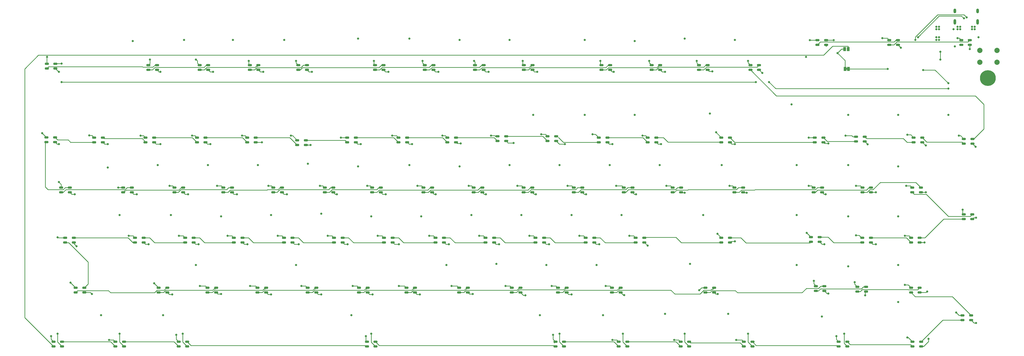
<source format=gbr>
G04 #@! TF.GenerationSoftware,KiCad,Pcbnew,8.0.6*
G04 #@! TF.CreationDate,2024-12-17T20:07:00+11:00*
G04 #@! TF.ProjectId,keyboard,6b657962-6f61-4726-942e-6b696361645f,rev?*
G04 #@! TF.SameCoordinates,Original*
G04 #@! TF.FileFunction,Copper,L1,Top*
G04 #@! TF.FilePolarity,Positive*
%FSLAX46Y46*%
G04 Gerber Fmt 4.6, Leading zero omitted, Abs format (unit mm)*
G04 Created by KiCad (PCBNEW 8.0.6) date 2024-12-17 20:07:00*
%MOMM*%
%LPD*%
G01*
G04 APERTURE LIST*
G04 Aperture macros list*
%AMRoundRect*
0 Rectangle with rounded corners*
0 $1 Rounding radius*
0 $2 $3 $4 $5 $6 $7 $8 $9 X,Y pos of 4 corners*
0 Add a 4 corners polygon primitive as box body*
4,1,4,$2,$3,$4,$5,$6,$7,$8,$9,$2,$3,0*
0 Add four circle primitives for the rounded corners*
1,1,$1+$1,$2,$3*
1,1,$1+$1,$4,$5*
1,1,$1+$1,$6,$7*
1,1,$1+$1,$8,$9*
0 Add four rect primitives between the rounded corners*
20,1,$1+$1,$2,$3,$4,$5,0*
20,1,$1+$1,$4,$5,$6,$7,0*
20,1,$1+$1,$6,$7,$8,$9,0*
20,1,$1+$1,$8,$9,$2,$3,0*%
G04 Aperture macros list end*
G04 #@! TA.AperFunction,EtchedComponent*
%ADD10C,0.000000*%
G04 #@! TD*
G04 #@! TA.AperFunction,ComponentPad*
%ADD11C,6.000000*%
G04 #@! TD*
G04 #@! TA.AperFunction,SMDPad,CuDef*
%ADD12RoundRect,0.200000X-0.550000X-0.200000X0.550000X-0.200000X0.550000X0.200000X-0.550000X0.200000X0*%
G04 #@! TD*
G04 #@! TA.AperFunction,SMDPad,CuDef*
%ADD13R,1.000000X1.500000*%
G04 #@! TD*
G04 #@! TA.AperFunction,ComponentPad*
%ADD14C,2.000000*%
G04 #@! TD*
G04 #@! TA.AperFunction,ComponentPad*
%ADD15O,1.000000X1.800000*%
G04 #@! TD*
G04 #@! TA.AperFunction,ComponentPad*
%ADD16O,1.000000X2.100000*%
G04 #@! TD*
G04 #@! TA.AperFunction,ViaPad*
%ADD17C,0.800000*%
G04 #@! TD*
G04 #@! TA.AperFunction,Conductor*
%ADD18C,0.250000*%
G04 #@! TD*
G04 APERTURE END LIST*
D10*
G04 #@! TA.AperFunction,EtchedComponent*
G36*
X334750000Y-43800000D02*
G01*
X334250000Y-43800000D01*
X334250000Y-43200000D01*
X334750000Y-43200000D01*
X334750000Y-43800000D01*
G37*
G04 #@! TD.AperFunction*
D11*
X388000000Y-47000000D03*
D12*
X97860000Y-88610000D03*
X97860000Y-90390000D03*
X101140000Y-90390000D03*
X101140000Y-88610000D03*
X41860000Y-126610000D03*
X41860000Y-128390000D03*
X45140000Y-128390000D03*
X45140000Y-126610000D03*
X164360000Y-69610000D03*
X164360000Y-71390000D03*
X167640000Y-71390000D03*
X167640000Y-69610000D03*
X340410000Y-88610000D03*
X340410000Y-90390000D03*
X343690000Y-90390000D03*
X343690000Y-88610000D03*
X125910000Y-70610000D03*
X125910000Y-72390000D03*
X129190000Y-72390000D03*
X129190000Y-70610000D03*
X223910000Y-147110000D03*
X223910000Y-148890000D03*
X227190000Y-148890000D03*
X227190000Y-147110000D03*
X207360000Y-126610000D03*
X207360000Y-128390000D03*
X210640000Y-128390000D03*
X210640000Y-126610000D03*
X101860000Y-107610000D03*
X101860000Y-109390000D03*
X105140000Y-109390000D03*
X105140000Y-107610000D03*
X197360000Y-107610000D03*
X197360000Y-109390000D03*
X200640000Y-109390000D03*
X200640000Y-107610000D03*
X280860000Y-126610000D03*
X280860000Y-128390000D03*
X284140000Y-128390000D03*
X284140000Y-126610000D03*
X291860000Y-88610000D03*
X291860000Y-90390000D03*
X295140000Y-90390000D03*
X295140000Y-88610000D03*
X56910000Y-147110000D03*
X56910000Y-148890000D03*
X60190000Y-148890000D03*
X60190000Y-147110000D03*
X321860000Y-88610000D03*
X321860000Y-90390000D03*
X325140000Y-90390000D03*
X325140000Y-88610000D03*
X201910000Y-69110000D03*
X201910000Y-70890000D03*
X205190000Y-70890000D03*
X205190000Y-69110000D03*
X220910000Y-69110000D03*
X220910000Y-70890000D03*
X224190000Y-70890000D03*
X224190000Y-69110000D03*
X30720000Y-69500000D03*
X30720000Y-71280000D03*
X34000000Y-71280000D03*
X34000000Y-69500000D03*
X358860000Y-126610000D03*
X358860000Y-128390000D03*
X362140000Y-128390000D03*
X362140000Y-126610000D03*
X144860000Y-69610000D03*
X144860000Y-71390000D03*
X148140000Y-71390000D03*
X148140000Y-69610000D03*
X254360000Y-107610000D03*
X254360000Y-109390000D03*
X257640000Y-109390000D03*
X257640000Y-107610000D03*
X320910000Y-107410000D03*
X320910000Y-109190000D03*
X324190000Y-109190000D03*
X324190000Y-107410000D03*
X36360000Y-88610000D03*
X36360000Y-90390000D03*
X39640000Y-90390000D03*
X39640000Y-88610000D03*
X126360000Y-42110000D03*
X126360000Y-43890000D03*
X129640000Y-43890000D03*
X129640000Y-42110000D03*
X359360000Y-88610000D03*
X359360000Y-90390000D03*
X362640000Y-90390000D03*
X362640000Y-88610000D03*
X378410000Y-137110000D03*
X378410000Y-138890000D03*
X381690000Y-138890000D03*
X381690000Y-137110000D03*
X79360000Y-88610000D03*
X79360000Y-90390000D03*
X82640000Y-90390000D03*
X82640000Y-88610000D03*
X340360000Y-107610000D03*
X340360000Y-109390000D03*
X343640000Y-109390000D03*
X343640000Y-107610000D03*
X107910000Y-42110000D03*
X107910000Y-43890000D03*
X111190000Y-43890000D03*
X111190000Y-42110000D03*
X268360000Y-88610000D03*
X268360000Y-90390000D03*
X271640000Y-90390000D03*
X271640000Y-88610000D03*
X241410000Y-42110000D03*
X241410000Y-43890000D03*
X244690000Y-43890000D03*
X244690000Y-42110000D03*
X331410000Y-147110000D03*
X331410000Y-148890000D03*
X334690000Y-148890000D03*
X334690000Y-147110000D03*
X182910000Y-69610000D03*
X182910000Y-71390000D03*
X186190000Y-71390000D03*
X186190000Y-69610000D03*
X155410000Y-42110000D03*
X155410000Y-43890000D03*
X158690000Y-43890000D03*
X158690000Y-42110000D03*
X286860000Y-107610000D03*
X286860000Y-109390000D03*
X290140000Y-109390000D03*
X290140000Y-107610000D03*
X350635000Y-32610000D03*
X350635000Y-34390000D03*
X353915000Y-34390000D03*
X353915000Y-32610000D03*
X174360000Y-42110000D03*
X174360000Y-43890000D03*
X177640000Y-43890000D03*
X177640000Y-42110000D03*
X278410000Y-42110000D03*
X278410000Y-43890000D03*
X281690000Y-43890000D03*
X281690000Y-42110000D03*
X235360000Y-107610000D03*
X235360000Y-109390000D03*
X238640000Y-109390000D03*
X238640000Y-107610000D03*
X129860000Y-126610000D03*
X129860000Y-128390000D03*
X133140000Y-128390000D03*
X133140000Y-126610000D03*
X271410000Y-147110000D03*
X271410000Y-148890000D03*
X274690000Y-148890000D03*
X274690000Y-147110000D03*
X37860000Y-107610000D03*
X37860000Y-109390000D03*
X41140000Y-109390000D03*
X41140000Y-107610000D03*
X297910000Y-42110000D03*
X297910000Y-43890000D03*
X301190000Y-43890000D03*
X301190000Y-42110000D03*
X73360000Y-126610000D03*
X73360000Y-128390000D03*
X76640000Y-128390000D03*
X76640000Y-126610000D03*
X69410000Y-42110000D03*
X69410000Y-43890000D03*
X72690000Y-43890000D03*
X72690000Y-42110000D03*
X245360000Y-126610000D03*
X245360000Y-128390000D03*
X248640000Y-128390000D03*
X248640000Y-126610000D03*
X59860000Y-88610000D03*
X59860000Y-90390000D03*
X63140000Y-90390000D03*
X63140000Y-88610000D03*
X187360000Y-126610000D03*
X187360000Y-128390000D03*
X190640000Y-128390000D03*
X190640000Y-126610000D03*
X106910000Y-69610000D03*
X106910000Y-71390000D03*
X110190000Y-71390000D03*
X110190000Y-69610000D03*
X247910000Y-147110000D03*
X247910000Y-148890000D03*
X251190000Y-148890000D03*
X251190000Y-147110000D03*
X68360000Y-69610000D03*
X68360000Y-71390000D03*
X71640000Y-71390000D03*
X71640000Y-69610000D03*
X33410000Y-147110000D03*
X33410000Y-148890000D03*
X36690000Y-148890000D03*
X36690000Y-147110000D03*
X249860000Y-88610000D03*
X249860000Y-90390000D03*
X253140000Y-90390000D03*
X253140000Y-88610000D03*
X224860000Y-126610000D03*
X224860000Y-128390000D03*
X228140000Y-128390000D03*
X228140000Y-126610000D03*
X91860000Y-126610000D03*
X91860000Y-128390000D03*
X95140000Y-128390000D03*
X95140000Y-126610000D03*
X358860000Y-107610000D03*
X358860000Y-109390000D03*
X362140000Y-109390000D03*
X362140000Y-107610000D03*
X295410000Y-147110000D03*
X295410000Y-148890000D03*
X298690000Y-148890000D03*
X298690000Y-147110000D03*
X323360000Y-32610000D03*
X323360000Y-34390000D03*
X326640000Y-34390000D03*
X326640000Y-32610000D03*
X116860000Y-88610000D03*
X116860000Y-90390000D03*
X120140000Y-90390000D03*
X120140000Y-88610000D03*
X377910000Y-32610000D03*
X377910000Y-34390000D03*
X381190000Y-34390000D03*
X381190000Y-32610000D03*
X30860000Y-41610000D03*
X30860000Y-43390000D03*
X34140000Y-43390000D03*
X34140000Y-41610000D03*
X110860000Y-126610000D03*
X110860000Y-128390000D03*
X114140000Y-128390000D03*
X114140000Y-126610000D03*
D13*
X333700000Y-36000000D03*
X335000000Y-36000000D03*
D12*
X378910000Y-70110000D03*
X378910000Y-71890000D03*
X382190000Y-71890000D03*
X382190000Y-70110000D03*
X378860000Y-98760000D03*
X378860000Y-100540000D03*
X382140000Y-100540000D03*
X382140000Y-98760000D03*
X211910000Y-42110000D03*
X211910000Y-43890000D03*
X215190000Y-43890000D03*
X215190000Y-42110000D03*
D13*
X335150000Y-43500000D03*
X333850000Y-43500000D03*
D12*
X48860000Y-69610000D03*
X48860000Y-71390000D03*
X52140000Y-71390000D03*
X52140000Y-69610000D03*
X322360000Y-69610000D03*
X322360000Y-71390000D03*
X325640000Y-71390000D03*
X325640000Y-69610000D03*
X149360000Y-126610000D03*
X149360000Y-128390000D03*
X152640000Y-128390000D03*
X152640000Y-126610000D03*
X173860000Y-88610000D03*
X173860000Y-90390000D03*
X177140000Y-90390000D03*
X177140000Y-88610000D03*
X260410000Y-42110000D03*
X260410000Y-43890000D03*
X263690000Y-43890000D03*
X263690000Y-42110000D03*
X230860000Y-88610000D03*
X230860000Y-90390000D03*
X234140000Y-90390000D03*
X234140000Y-88610000D03*
X152360000Y-147110000D03*
X152360000Y-148890000D03*
X155640000Y-148890000D03*
X155640000Y-147110000D03*
X136360000Y-88610000D03*
X136360000Y-90390000D03*
X139640000Y-90390000D03*
X139640000Y-88610000D03*
X258910000Y-69610000D03*
X258910000Y-71390000D03*
X262190000Y-71390000D03*
X262190000Y-69610000D03*
X211860000Y-88610000D03*
X211860000Y-90390000D03*
X215140000Y-90390000D03*
X215140000Y-88610000D03*
X178360000Y-107610000D03*
X178360000Y-109390000D03*
X181640000Y-109390000D03*
X181640000Y-107610000D03*
X87860000Y-69610000D03*
X87860000Y-71390000D03*
X91140000Y-71390000D03*
X91140000Y-69610000D03*
X338500000Y-126260000D03*
X338500000Y-128040000D03*
X341780000Y-128040000D03*
X341780000Y-126260000D03*
X359410000Y-147110000D03*
X359410000Y-148890000D03*
X362690000Y-148890000D03*
X362690000Y-147110000D03*
X359860000Y-69610000D03*
X359860000Y-71390000D03*
X363140000Y-71390000D03*
X363140000Y-69610000D03*
X88860000Y-42110000D03*
X88860000Y-43890000D03*
X92140000Y-43890000D03*
X92140000Y-42110000D03*
X337972500Y-69272500D03*
X337972500Y-71052500D03*
X341252500Y-71052500D03*
X341252500Y-69272500D03*
X158860000Y-107610000D03*
X158860000Y-109390000D03*
X162140000Y-109390000D03*
X162140000Y-107610000D03*
X240360000Y-69610000D03*
X240360000Y-71390000D03*
X243640000Y-71390000D03*
X243640000Y-69610000D03*
X80910000Y-147110000D03*
X80910000Y-148890000D03*
X84190000Y-148890000D03*
X84190000Y-147110000D03*
X192860000Y-88610000D03*
X192860000Y-90390000D03*
X196140000Y-90390000D03*
X196140000Y-88610000D03*
X216360000Y-107610000D03*
X216360000Y-109390000D03*
X219640000Y-109390000D03*
X219640000Y-107610000D03*
X139860000Y-107610000D03*
X139860000Y-109390000D03*
X143140000Y-109390000D03*
X143140000Y-107610000D03*
X286860000Y-69610000D03*
X286860000Y-71390000D03*
X290140000Y-71390000D03*
X290140000Y-69610000D03*
X193410000Y-42110000D03*
X193410000Y-43890000D03*
X196690000Y-43890000D03*
X196690000Y-42110000D03*
X167360000Y-126610000D03*
X167360000Y-128390000D03*
X170640000Y-128390000D03*
X170640000Y-126610000D03*
X120860000Y-107610000D03*
X120860000Y-109390000D03*
X124140000Y-109390000D03*
X124140000Y-107610000D03*
X64360000Y-107610000D03*
X64360000Y-109390000D03*
X67640000Y-109390000D03*
X67640000Y-107610000D03*
X83360000Y-107610000D03*
X83360000Y-109390000D03*
X86640000Y-109390000D03*
X86640000Y-107610000D03*
X154360000Y-88610000D03*
X154360000Y-90390000D03*
X157640000Y-90390000D03*
X157640000Y-88610000D03*
X322720000Y-126000000D03*
X322720000Y-127780000D03*
X326000000Y-127780000D03*
X326000000Y-126000000D03*
D14*
X391500000Y-36500000D03*
X385000000Y-36500000D03*
X391500000Y-41000000D03*
X385000000Y-41000000D03*
D15*
X375500000Y-21500000D03*
D16*
X375500000Y-25700000D03*
D15*
X384140000Y-21500000D03*
D16*
X384140000Y-25700000D03*
D17*
X370000000Y-40000000D03*
X370000000Y-37000000D03*
X373000000Y-49000000D03*
X363500000Y-44000002D03*
X51500000Y-137000000D03*
X63500000Y-33000000D03*
X58500000Y-99000000D03*
X54000000Y-81000000D03*
X83000000Y-32500000D03*
X87500000Y-118000000D03*
X73000000Y-80000000D03*
X75000000Y-137000000D03*
X78000000Y-99000000D03*
X97000000Y-99500000D03*
X101500000Y-32500000D03*
X92000000Y-80000000D03*
X111000000Y-80000000D03*
X125500000Y-118000000D03*
X116000000Y-99000000D03*
X121000000Y-32500000D03*
X135000000Y-98500000D03*
X146500000Y-137000000D03*
X130000000Y-79500000D03*
X149000000Y-80500000D03*
X154000000Y-99500000D03*
X149000000Y-32000000D03*
X182500000Y-118000000D03*
X173000000Y-99500000D03*
X168500000Y-32000000D03*
X168500000Y-80000000D03*
X201500000Y-117500000D03*
X192000000Y-99000000D03*
X187500000Y-32500000D03*
X187500000Y-80500000D03*
X218000000Y-137000000D03*
X211000000Y-99000000D03*
X206500000Y-80000000D03*
X215500000Y-61000000D03*
X206500000Y-32500000D03*
X220500000Y-118000000D03*
X242000000Y-137000000D03*
X235000000Y-61000000D03*
X235000000Y-32500000D03*
X230000000Y-99000000D03*
X225500000Y-80000000D03*
X239500000Y-118000000D03*
X254000000Y-33000000D03*
X249000000Y-99000000D03*
X254000000Y-61000000D03*
X244500000Y-80000000D03*
X263500000Y-80000000D03*
X280000000Y-99000000D03*
X265500000Y-136500000D03*
X275000000Y-117500000D03*
X273000000Y-32000014D03*
X292000000Y-32500000D03*
X287000000Y-80000000D03*
X282500000Y-60500000D03*
X289500000Y-136500000D03*
X315500000Y-118000000D03*
X315500000Y-99000000D03*
X315500000Y-80000000D03*
X313500000Y-57000000D03*
X335000000Y-99500000D03*
X335000000Y-61000000D03*
X335000000Y-80000000D03*
X325000000Y-137500000D03*
X335000000Y-118500000D03*
X354000000Y-99500000D03*
X354000000Y-80500000D03*
X354000000Y-118000000D03*
X354000000Y-132000000D03*
X354000000Y-61000000D03*
X373000000Y-61000000D03*
X329500000Y-32610000D03*
X331000000Y-37500000D03*
X300000000Y-48500000D03*
X305000000Y-48500000D03*
X36500000Y-41500000D03*
X36500000Y-48500000D03*
X373000000Y-51000000D03*
X350000000Y-43500000D03*
X99500000Y-106885000D03*
X233000000Y-106885000D03*
X223000000Y-144500000D03*
X125500000Y-40500000D03*
X184500000Y-125885000D03*
X58000000Y-88610000D03*
X171500000Y-87885000D03*
X292500000Y-146385000D03*
X338000000Y-87885000D03*
X266000000Y-87885000D03*
X376000000Y-136000000D03*
X209500000Y-87885000D03*
X107500000Y-40500000D03*
X357000000Y-87885000D03*
X277500000Y-40500000D03*
X290000000Y-87885000D03*
X193000000Y-40500000D03*
X285375000Y-106125000D03*
X127500000Y-125885000D03*
X238000000Y-68385000D03*
X191000000Y-87885000D03*
X356500000Y-125535000D03*
X176000000Y-106885000D03*
X199500000Y-68885000D03*
X357500000Y-145500000D03*
X32500000Y-145000000D03*
X62000000Y-106885000D03*
X369500000Y-32500000D03*
X320000000Y-69610000D03*
X156500000Y-106885000D03*
X118500000Y-106885000D03*
X71625000Y-124875000D03*
X348000000Y-31885000D03*
X105000000Y-68885000D03*
X35000000Y-107500000D03*
X382000000Y-28500000D03*
X247000000Y-87885000D03*
X35500000Y-86500000D03*
X81000000Y-106885000D03*
X241000000Y-40500000D03*
X284875000Y-67625000D03*
X95500000Y-87885000D03*
X228500000Y-87885000D03*
X47000000Y-68775000D03*
X162000000Y-68885000D03*
X245500000Y-146385000D03*
X115000000Y-87885000D03*
X77500000Y-87885000D03*
X70000000Y-40000000D03*
X297000000Y-40500000D03*
X377500000Y-27500000D03*
X337500000Y-124500000D03*
X155000000Y-40500000D03*
X152500000Y-87885000D03*
X86000000Y-68885000D03*
X269000000Y-146385000D03*
X278500000Y-127500000D03*
X205000000Y-125885000D03*
X243000000Y-125885000D03*
X173500000Y-40500000D03*
X80000000Y-144500000D03*
X356500000Y-106885000D03*
X123500000Y-68885000D03*
X320000000Y-87885000D03*
X259500000Y-40500000D03*
X368500000Y-32500000D03*
X137500000Y-106885000D03*
X87500000Y-40000000D03*
X320500000Y-32610000D03*
X376500000Y-31885000D03*
X257000000Y-68885000D03*
X338000000Y-106685000D03*
X382000000Y-27500000D03*
X322000000Y-124000000D03*
X29110000Y-67890000D03*
X357500000Y-68547500D03*
X181000000Y-68885000D03*
X54500000Y-146385000D03*
X330500000Y-145000000D03*
X142500000Y-69610000D03*
X252000000Y-106885000D03*
X164500000Y-125885000D03*
X152000000Y-145000000D03*
X375000000Y-28500000D03*
X211500000Y-40500000D03*
X368500000Y-31500000D03*
X319250000Y-105750000D03*
X39875000Y-124625000D03*
X218500000Y-68385000D03*
X66500000Y-68885000D03*
X334000000Y-68885000D03*
X31000000Y-39000000D03*
X319000000Y-39000000D03*
X377500000Y-28500000D03*
X377000000Y-68885000D03*
X108000000Y-125885000D03*
X378500000Y-97000000D03*
X134500000Y-87885000D03*
X384500000Y-31500000D03*
X89000000Y-125885000D03*
X195000000Y-106885000D03*
X369500000Y-31500000D03*
X147000000Y-125885000D03*
X214000000Y-106885000D03*
X222500000Y-125885000D03*
X145000000Y-110115000D03*
X112500000Y-71390000D03*
X131000000Y-72390000D03*
X285500000Y-129000000D03*
X292000000Y-108990000D03*
X249500000Y-144000000D03*
X368500000Y-28500000D03*
X327500000Y-128765000D03*
X169500000Y-72115000D03*
X82500000Y-144000000D03*
X65000000Y-91115000D03*
X74000000Y-72115000D03*
X258875000Y-110625000D03*
X376499997Y-27500000D03*
X135000000Y-129115000D03*
X355012500Y-35487500D03*
X159500000Y-91115000D03*
X342350000Y-72150000D03*
X160500000Y-44615000D03*
X250000000Y-129398900D03*
X369500000Y-27500000D03*
X364500000Y-90390000D03*
X225500000Y-144000000D03*
X383500000Y-100000000D03*
X131500000Y-44615000D03*
X107000000Y-110115000D03*
X178500000Y-91115000D03*
X141000000Y-91115000D03*
X264000000Y-72115000D03*
X188000000Y-71790000D03*
X84500000Y-91115000D03*
X154000000Y-144000000D03*
X230000000Y-129115000D03*
X283500000Y-44500000D03*
X47999983Y-128999983D03*
X365000000Y-128000000D03*
X208000000Y-71615000D03*
X183500000Y-110115000D03*
X221500000Y-110115000D03*
X383034153Y-27524246D03*
X54000000Y-72115000D03*
X42137300Y-110862700D03*
X345500000Y-90390000D03*
X364000000Y-109390000D03*
X296500000Y-90500000D03*
X246000000Y-44615000D03*
X78500000Y-129115000D03*
X292000000Y-72115000D03*
X35000000Y-144000000D03*
X94000000Y-44615000D03*
X217000000Y-44615000D03*
X227500000Y-72115000D03*
X150000000Y-72115000D03*
X364500000Y-72615000D03*
X297000000Y-144000000D03*
X369500000Y-28500000D03*
X326500000Y-91115000D03*
X212500000Y-129500000D03*
X368500000Y-27500000D03*
X164500000Y-110115000D03*
X88500000Y-110115000D03*
X345500000Y-110115000D03*
X326000000Y-110115000D03*
X58500000Y-144000000D03*
X326738336Y-34693652D03*
X41500000Y-91115000D03*
X240500000Y-110115000D03*
X103000000Y-91115000D03*
X254500000Y-91115000D03*
X302400000Y-45100000D03*
X235500000Y-91115000D03*
X97000000Y-129000000D03*
X154500000Y-129115000D03*
X245500000Y-72115000D03*
X381190000Y-36000000D03*
X327500000Y-71790000D03*
X383500000Y-140000000D03*
X383400000Y-73100000D03*
X192500000Y-129000000D03*
X172500000Y-129115000D03*
X333500000Y-144000000D03*
X273000000Y-144000000D03*
X116000000Y-129115000D03*
X202500000Y-110115000D03*
X376500000Y-28500000D03*
X198500000Y-44615000D03*
X375500000Y-35000000D03*
X35500000Y-44615000D03*
X197500000Y-91115000D03*
X74000000Y-44615000D03*
X216500000Y-91115000D03*
X122000000Y-91115000D03*
X265500000Y-44615000D03*
X365500000Y-146000000D03*
X179500000Y-44615000D03*
X126500000Y-110115000D03*
X383000000Y-28500000D03*
X93000000Y-72115000D03*
X113000000Y-44615000D03*
X35500000Y-72115000D03*
X273000000Y-90500000D03*
X341500000Y-129500000D03*
X69500000Y-110115000D03*
X380000000Y-24000000D03*
X360500000Y-32500000D03*
X378951992Y-24325000D03*
X361500000Y-31500000D03*
D18*
X370000000Y-37000000D02*
X370000000Y-40000000D01*
X335000000Y-36000000D02*
X335000000Y-35000000D01*
X334925000Y-34925000D02*
X329075000Y-34925000D01*
X22500000Y-137980000D02*
X33410000Y-148890000D01*
X335000000Y-35000000D02*
X334925000Y-34925000D01*
X325725000Y-38275000D02*
X27725000Y-38275000D01*
X329075000Y-34925000D02*
X325725000Y-38275000D01*
X27725000Y-38275000D02*
X22500000Y-43500000D01*
X22500000Y-43500000D02*
X22500000Y-137980000D01*
X305000000Y-48500000D02*
X307500000Y-51000000D01*
X307500000Y-51000000D02*
X373000000Y-51000000D01*
X67400000Y-42900000D02*
X71150000Y-42900000D01*
X71150000Y-42900000D02*
X71940000Y-42110000D01*
X30860000Y-43390000D02*
X31585000Y-42665000D01*
X71940000Y-42110000D02*
X72690000Y-42110000D01*
X67165000Y-42665000D02*
X67400000Y-42900000D01*
X31585000Y-42665000D02*
X67165000Y-42665000D01*
X70988604Y-43890000D02*
X71928604Y-42950000D01*
X69410000Y-43890000D02*
X70988604Y-43890000D01*
X91390000Y-42110000D02*
X92140000Y-42110000D01*
X90550000Y-42950000D02*
X91390000Y-42110000D01*
X71928604Y-42950000D02*
X90550000Y-42950000D01*
X109995600Y-42950000D02*
X110395600Y-42550000D01*
X90641996Y-43890000D02*
X91581996Y-42950000D01*
X91581996Y-42950000D02*
X109995600Y-42950000D01*
X88860000Y-43890000D02*
X90641996Y-43890000D01*
X110395600Y-42550000D02*
X110815000Y-42550000D01*
X110815000Y-42550000D02*
X111190000Y-42175000D01*
X128253604Y-42110000D02*
X129640000Y-42110000D01*
X127363604Y-43000000D02*
X128253604Y-42110000D01*
X109691996Y-43890000D02*
X110581996Y-43000000D01*
X110581996Y-43000000D02*
X127363604Y-43000000D01*
X107910000Y-43890000D02*
X109691996Y-43890000D01*
X126360000Y-43890000D02*
X127110000Y-43890000D01*
X157940000Y-42110000D02*
X158690000Y-42110000D01*
X127110000Y-43890000D02*
X127950000Y-43050000D01*
X127950000Y-43050000D02*
X157000000Y-43050000D01*
X157000000Y-43050000D02*
X157940000Y-42110000D01*
X176890000Y-42110000D02*
X177640000Y-42110000D01*
X155410000Y-43890000D02*
X157191996Y-43890000D01*
X176050000Y-42950000D02*
X176890000Y-42110000D01*
X157191996Y-43890000D02*
X158131996Y-42950000D01*
X158131996Y-42950000D02*
X176050000Y-42950000D01*
X195940000Y-42110000D02*
X196690000Y-42110000D01*
X174360000Y-43890000D02*
X176141996Y-43890000D01*
X177081996Y-42950000D02*
X195100000Y-42950000D01*
X176141996Y-43890000D02*
X177081996Y-42950000D01*
X195100000Y-42950000D02*
X195940000Y-42110000D01*
X214750000Y-42550000D02*
X215190000Y-42110000D01*
X195191996Y-43890000D02*
X196081996Y-43000000D01*
X196081996Y-43000000D02*
X213945600Y-43000000D01*
X193410000Y-43890000D02*
X195191996Y-43890000D01*
X214395600Y-42550000D02*
X214750000Y-42550000D01*
X213945600Y-43000000D02*
X214395600Y-42550000D01*
X243940000Y-42110000D02*
X244690000Y-42110000D01*
X214581996Y-43000000D02*
X243050000Y-43000000D01*
X243050000Y-43000000D02*
X243940000Y-42110000D01*
X213691996Y-43890000D02*
X214581996Y-43000000D01*
X211910000Y-43890000D02*
X213691996Y-43890000D01*
X263270600Y-42175000D02*
X263690000Y-42175000D01*
X262445600Y-43000000D02*
X263270600Y-42175000D01*
X244081996Y-43000000D02*
X262445600Y-43000000D01*
X243191996Y-43890000D02*
X244081996Y-43000000D01*
X241410000Y-43890000D02*
X243191996Y-43890000D01*
X280940000Y-42110000D02*
X281690000Y-42110000D01*
X263246996Y-42835000D02*
X280215000Y-42835000D01*
X262191996Y-43890000D02*
X263246996Y-42835000D01*
X260410000Y-43890000D02*
X262191996Y-43890000D01*
X280215000Y-42835000D02*
X280940000Y-42110000D01*
X300465000Y-42835000D02*
X301190000Y-42110000D01*
X281246996Y-42835000D02*
X300465000Y-42835000D01*
X278410000Y-43890000D02*
X280191996Y-43890000D01*
X280191996Y-43890000D02*
X281246996Y-42835000D01*
X331000000Y-37500000D02*
X332500000Y-36000000D01*
X329500000Y-32610000D02*
X326640000Y-32610000D01*
X332500000Y-36000000D02*
X333700000Y-36000000D01*
X333850000Y-40350000D02*
X333850000Y-43500000D01*
X331000000Y-37500000D02*
X333850000Y-40350000D01*
X39000000Y-70500000D02*
X35000000Y-70500000D01*
X48860000Y-71390000D02*
X39890000Y-71390000D01*
X39890000Y-71390000D02*
X39000000Y-70500000D01*
X35000000Y-70500000D02*
X34000000Y-69500000D01*
X52600000Y-70000000D02*
X67100000Y-70000000D01*
X67100000Y-70000000D02*
X68100000Y-71000000D01*
X52450000Y-69850000D02*
X52600000Y-70000000D01*
X71640000Y-69610000D02*
X86080000Y-69610000D01*
X86080000Y-69610000D02*
X87860000Y-71390000D01*
X91140000Y-69610000D02*
X105130000Y-69610000D01*
X105130000Y-69610000D02*
X106910000Y-71390000D01*
X123130000Y-69610000D02*
X125910000Y-72390000D01*
X110190000Y-69610000D02*
X123130000Y-69610000D01*
X144080000Y-70610000D02*
X144860000Y-71390000D01*
X129190000Y-70610000D02*
X144080000Y-70610000D01*
X148140000Y-69610000D02*
X162580000Y-69610000D01*
X162580000Y-69610000D02*
X164360000Y-71390000D01*
X167640000Y-69610000D02*
X181130000Y-69610000D01*
X181130000Y-69610000D02*
X182910000Y-71390000D01*
X186190000Y-69610000D02*
X200630000Y-69610000D01*
X200630000Y-69610000D02*
X201910000Y-70890000D01*
X205190000Y-69110000D02*
X219130000Y-69110000D01*
X219130000Y-69110000D02*
X220910000Y-70890000D01*
X240360000Y-71390000D02*
X226890000Y-71390000D01*
X226890000Y-71390000D02*
X225000000Y-69500000D01*
X243640000Y-69610000D02*
X257130000Y-69610000D01*
X257130000Y-69610000D02*
X258910000Y-71390000D01*
X286751100Y-71348900D02*
X266648900Y-71348900D01*
X266648900Y-71348900D02*
X264910000Y-69610000D01*
X264910000Y-69610000D02*
X262190000Y-69610000D01*
X337972500Y-71052500D02*
X327082500Y-71052500D01*
X327082500Y-71052500D02*
X325640000Y-69610000D01*
X355960000Y-70000000D02*
X341980000Y-70000000D01*
X357350000Y-71390000D02*
X355960000Y-70000000D01*
X359860000Y-71390000D02*
X357350000Y-71390000D01*
X341980000Y-70000000D02*
X341252500Y-69272500D01*
X382690000Y-70110000D02*
X382190000Y-70110000D01*
X383254150Y-53770000D02*
X386500000Y-57015850D01*
X386500000Y-57015850D02*
X386500000Y-66300000D01*
X386500000Y-66300000D02*
X382690000Y-70110000D01*
X297910000Y-43890000D02*
X307790000Y-53770000D01*
X307790000Y-53770000D02*
X383254150Y-53770000D01*
X36500000Y-41500000D02*
X34250000Y-41500000D01*
X36500000Y-48500000D02*
X300000000Y-48500000D01*
X34250000Y-41500000D02*
X34140000Y-41610000D01*
X30320000Y-71680000D02*
X30320000Y-88320000D01*
X31335000Y-89335000D02*
X37133004Y-89335000D01*
X30720000Y-71280000D02*
X30320000Y-71680000D01*
X37133004Y-89335000D02*
X37858004Y-88610000D01*
X30320000Y-88320000D02*
X31335000Y-89335000D01*
X37858004Y-88610000D02*
X39640000Y-88610000D01*
X36360000Y-90390000D02*
X37110000Y-90390000D01*
X60633004Y-89335000D02*
X61358004Y-88610000D01*
X37110000Y-90390000D02*
X38165000Y-89335000D01*
X38165000Y-89335000D02*
X60633004Y-89335000D01*
X61358004Y-88610000D02*
X63140000Y-88610000D01*
X61104400Y-89500000D02*
X81000000Y-89500000D01*
X81890000Y-88610000D02*
X82640000Y-88610000D01*
X81000000Y-89500000D02*
X81890000Y-88610000D01*
X60465000Y-89785000D02*
X60819400Y-89785000D01*
X60819400Y-89785000D02*
X61104400Y-89500000D01*
X59860000Y-90390000D02*
X60465000Y-89785000D01*
X80746396Y-90390000D02*
X79360000Y-90390000D01*
X81801396Y-89335000D02*
X80746396Y-90390000D01*
X99165000Y-89335000D02*
X99890000Y-88610000D01*
X99890000Y-88610000D02*
X101140000Y-88610000D01*
X81801396Y-89335000D02*
X99165000Y-89335000D01*
X118665000Y-89335000D02*
X119390000Y-88610000D01*
X114665000Y-89335000D02*
X118665000Y-89335000D01*
X114500000Y-89500000D02*
X114665000Y-89335000D01*
X97860000Y-90390000D02*
X99641996Y-90390000D01*
X99641996Y-90390000D02*
X100531996Y-89500000D01*
X119390000Y-88610000D02*
X120140000Y-88610000D01*
X100531996Y-89500000D02*
X114500000Y-89500000D01*
X118246396Y-90390000D02*
X119301396Y-89335000D01*
X137865000Y-89335000D02*
X138590000Y-88610000D01*
X138590000Y-88610000D02*
X139640000Y-88610000D01*
X119301396Y-89335000D02*
X137865000Y-89335000D01*
X116860000Y-90390000D02*
X118246396Y-90390000D01*
X139196996Y-89335000D02*
X156165000Y-89335000D01*
X138141996Y-90390000D02*
X139196996Y-89335000D01*
X156165000Y-89335000D02*
X156890000Y-88610000D01*
X136360000Y-90390000D02*
X138141996Y-90390000D01*
X156890000Y-88610000D02*
X157640000Y-88610000D01*
X154360000Y-90390000D02*
X156141996Y-90390000D01*
X175500000Y-89500000D02*
X176390000Y-88610000D01*
X156141996Y-90390000D02*
X157031996Y-89500000D01*
X176390000Y-88610000D02*
X177140000Y-88610000D01*
X157031996Y-89500000D02*
X175500000Y-89500000D01*
X194500000Y-89500000D02*
X195390000Y-88610000D01*
X173860000Y-90390000D02*
X175641996Y-90390000D01*
X176531996Y-89500000D02*
X194500000Y-89500000D01*
X195390000Y-88610000D02*
X196140000Y-88610000D01*
X175641996Y-90390000D02*
X176531996Y-89500000D01*
X192860000Y-90390000D02*
X194641996Y-90390000D01*
X213500000Y-89500000D02*
X214390000Y-88610000D01*
X194641996Y-90390000D02*
X195531996Y-89500000D01*
X214390000Y-88610000D02*
X215140000Y-88610000D01*
X195531996Y-89500000D02*
X213500000Y-89500000D01*
X214696996Y-89335000D02*
X231633004Y-89335000D01*
X231633004Y-89335000D02*
X232358004Y-88610000D01*
X213641996Y-90390000D02*
X214696996Y-89335000D01*
X232358004Y-88610000D02*
X234140000Y-88610000D01*
X211860000Y-90390000D02*
X213641996Y-90390000D01*
X233696996Y-89335000D02*
X232641996Y-90390000D01*
X232641996Y-90390000D02*
X230860000Y-90390000D01*
X250633004Y-89335000D02*
X233696996Y-89335000D01*
X251358004Y-88610000D02*
X250633004Y-89335000D01*
X253140000Y-88610000D02*
X251358004Y-88610000D01*
X251665000Y-89335000D02*
X269528604Y-89335000D01*
X250610000Y-90390000D02*
X251665000Y-89335000D01*
X269528604Y-89335000D02*
X270253604Y-88610000D01*
X270253604Y-88610000D02*
X271640000Y-88610000D01*
X249860000Y-90390000D02*
X250610000Y-90390000D01*
X274157762Y-89491000D02*
X274313762Y-89335000D01*
X269110000Y-90390000D02*
X270009000Y-89491000D01*
X270009000Y-89491000D02*
X274157762Y-89491000D01*
X293358004Y-88610000D02*
X295140000Y-88610000D01*
X274313762Y-89335000D02*
X292633004Y-89335000D01*
X292633004Y-89335000D02*
X293358004Y-88610000D01*
X268360000Y-90390000D02*
X269110000Y-90390000D01*
X299665000Y-89335000D02*
X322633004Y-89335000D01*
X291860000Y-90390000D02*
X293641996Y-90390000D01*
X293641996Y-90390000D02*
X294540996Y-89491000D01*
X294540996Y-89491000D02*
X299509000Y-89491000D01*
X299509000Y-89491000D02*
X299665000Y-89335000D01*
X322633004Y-89335000D02*
X323358004Y-88610000D01*
X323358004Y-88610000D02*
X325140000Y-88610000D01*
X342000000Y-89550000D02*
X342940000Y-88610000D01*
X321860000Y-90390000D02*
X322610000Y-90390000D01*
X322610000Y-90390000D02*
X323450000Y-89550000D01*
X342940000Y-88610000D02*
X343690000Y-88610000D01*
X323450000Y-89550000D02*
X342000000Y-89550000D01*
X360640998Y-86610998D02*
X362640000Y-88610000D01*
X340410000Y-90390000D02*
X342191996Y-90390000D01*
X344463004Y-89335000D02*
X347187006Y-86610998D01*
X347187006Y-86610998D02*
X360640998Y-86610998D01*
X342191996Y-90390000D02*
X343246996Y-89335000D01*
X343246996Y-89335000D02*
X344463004Y-89335000D01*
X360085000Y-91115000D02*
X364615000Y-91115000D01*
X373000000Y-99500000D02*
X381400000Y-99500000D01*
X364615000Y-91115000D02*
X373000000Y-99500000D01*
X359360000Y-90390000D02*
X360085000Y-91115000D01*
X381400000Y-99500000D02*
X382140000Y-98760000D01*
X371260000Y-100540000D02*
X364190000Y-107610000D01*
X364190000Y-107610000D02*
X362140000Y-107610000D01*
X378860000Y-100540000D02*
X371260000Y-100540000D01*
X215600000Y-109500000D02*
X204800000Y-109500000D01*
X204800000Y-109500000D02*
X202910000Y-107610000D01*
X202910000Y-107610000D02*
X200640000Y-107610000D01*
X240910000Y-107610000D02*
X238640000Y-107610000D01*
X253600000Y-109500000D02*
X242800000Y-109500000D01*
X242800000Y-109500000D02*
X240910000Y-107610000D01*
X269663842Y-107500000D02*
X257750000Y-107500000D01*
X257750000Y-107500000D02*
X257640000Y-107610000D01*
X286100000Y-109500000D02*
X271663842Y-109500000D01*
X271663842Y-109500000D02*
X269663842Y-107500000D01*
X294286238Y-107610000D02*
X290140000Y-107610000D01*
X320910000Y-109190000D02*
X320550000Y-109550000D01*
X320550000Y-109550000D02*
X296226238Y-109550000D01*
X296226238Y-109550000D02*
X294286238Y-107610000D01*
X327410000Y-107410000D02*
X324190000Y-107410000D01*
X329500000Y-109500000D02*
X327410000Y-107410000D01*
X340050000Y-109500000D02*
X329500000Y-109500000D01*
X343640000Y-107610000D02*
X357080000Y-107610000D01*
X357080000Y-107610000D02*
X358860000Y-109390000D01*
X39156381Y-109500000D02*
X46550150Y-116893769D01*
X46550150Y-116893769D02*
X46550150Y-125199850D01*
X37100000Y-109500000D02*
X39156381Y-109500000D01*
X46550150Y-125199850D02*
X45140000Y-126610000D01*
X63600000Y-109500000D02*
X61710000Y-107610000D01*
X61710000Y-107610000D02*
X41140000Y-107610000D01*
X82600000Y-109500000D02*
X71800000Y-109500000D01*
X69910000Y-107610000D02*
X67640000Y-107610000D01*
X71800000Y-109500000D02*
X69910000Y-107610000D01*
X101100000Y-109500000D02*
X90800000Y-109500000D01*
X90800000Y-109500000D02*
X88910000Y-107610000D01*
X88910000Y-107610000D02*
X86640000Y-107610000D01*
X120100000Y-109500000D02*
X109300000Y-109500000D01*
X109300000Y-109500000D02*
X107410000Y-107610000D01*
X107410000Y-107610000D02*
X105140000Y-107610000D01*
X128300000Y-109500000D02*
X126410000Y-107610000D01*
X139100000Y-109500000D02*
X128300000Y-109500000D01*
X126410000Y-107610000D02*
X124140000Y-107610000D01*
X158100000Y-109500000D02*
X147300000Y-109500000D01*
X145410000Y-107610000D02*
X143140000Y-107610000D01*
X147300000Y-109500000D02*
X145410000Y-107610000D01*
X177600000Y-109500000D02*
X166300000Y-109500000D01*
X166300000Y-109500000D02*
X164410000Y-107610000D01*
X164410000Y-107610000D02*
X162140000Y-107610000D01*
X196600000Y-109500000D02*
X185800000Y-109500000D01*
X183910000Y-107610000D02*
X181640000Y-107610000D01*
X185800000Y-109500000D02*
X183910000Y-107610000D01*
X234600000Y-109500000D02*
X223800000Y-109500000D01*
X221910000Y-107610000D02*
X219640000Y-107610000D01*
X223800000Y-109500000D02*
X221910000Y-107610000D01*
X72751996Y-127500000D02*
X75395600Y-127500000D01*
X55138019Y-128498900D02*
X71753096Y-128498900D01*
X71753096Y-128498900D02*
X72751996Y-127500000D01*
X41860000Y-128390000D02*
X42585000Y-127665000D01*
X76220600Y-126675000D02*
X76640000Y-126675000D01*
X54304119Y-127665000D02*
X55138019Y-128498900D01*
X42585000Y-127665000D02*
X54304119Y-127665000D01*
X75395600Y-127500000D02*
X76220600Y-126675000D01*
X73360000Y-128390000D02*
X75141996Y-128390000D01*
X94345600Y-127050000D02*
X94700000Y-127050000D01*
X93895600Y-127500000D02*
X94345600Y-127050000D01*
X94700000Y-127050000D02*
X95140000Y-126610000D01*
X76031996Y-127500000D02*
X93895600Y-127500000D01*
X75141996Y-128390000D02*
X76031996Y-127500000D01*
X113345600Y-127050000D02*
X113700000Y-127050000D01*
X93641996Y-128390000D02*
X94531996Y-127500000D01*
X91860000Y-128390000D02*
X93641996Y-128390000D01*
X94531996Y-127500000D02*
X112895600Y-127500000D01*
X113700000Y-127050000D02*
X114140000Y-126610000D01*
X112895600Y-127500000D02*
X113345600Y-127050000D01*
X132345600Y-127050000D02*
X132700000Y-127050000D01*
X113531996Y-127500000D02*
X131895600Y-127500000D01*
X131895600Y-127500000D02*
X132345600Y-127050000D01*
X132700000Y-127050000D02*
X133140000Y-126610000D01*
X110860000Y-128390000D02*
X112641996Y-128390000D01*
X112641996Y-128390000D02*
X113531996Y-127500000D01*
X152265000Y-127050000D02*
X152640000Y-126675000D01*
X151395600Y-127500000D02*
X151845600Y-127050000D01*
X129860000Y-128390000D02*
X131641996Y-128390000D01*
X132531996Y-127500000D02*
X151395600Y-127500000D01*
X151845600Y-127050000D02*
X152265000Y-127050000D01*
X131641996Y-128390000D02*
X132531996Y-127500000D01*
X170200000Y-127050000D02*
X170640000Y-126610000D01*
X151141996Y-128390000D02*
X152031996Y-127500000D01*
X152031996Y-127500000D02*
X169395600Y-127500000D01*
X169845600Y-127050000D02*
X170200000Y-127050000D01*
X169395600Y-127500000D02*
X169845600Y-127050000D01*
X149360000Y-128390000D02*
X151141996Y-128390000D01*
X190200000Y-127050000D02*
X190640000Y-126610000D01*
X189395600Y-127500000D02*
X189845600Y-127050000D01*
X169141996Y-128390000D02*
X170031996Y-127500000D01*
X189845600Y-127050000D02*
X190200000Y-127050000D01*
X170031996Y-127500000D02*
X189395600Y-127500000D01*
X167360000Y-128390000D02*
X169141996Y-128390000D01*
X187360000Y-128390000D02*
X189141996Y-128390000D01*
X209395600Y-127500000D02*
X210220600Y-126675000D01*
X210220600Y-126675000D02*
X210640000Y-126675000D01*
X190031996Y-127500000D02*
X209395600Y-127500000D01*
X189141996Y-128390000D02*
X190031996Y-127500000D01*
X227700000Y-127050000D02*
X228140000Y-126610000D01*
X227060600Y-127335000D02*
X227345600Y-127050000D01*
X207360000Y-128390000D02*
X209141996Y-128390000D01*
X209141996Y-128390000D02*
X210196996Y-127335000D01*
X210196996Y-127335000D02*
X227060600Y-127335000D01*
X227345600Y-127050000D02*
X227700000Y-127050000D01*
X247395600Y-127500000D02*
X247845600Y-127050000D01*
X224860000Y-128390000D02*
X226641996Y-128390000D01*
X248200000Y-127050000D02*
X248640000Y-126610000D01*
X227531996Y-127500000D02*
X247395600Y-127500000D01*
X226641996Y-128390000D02*
X227531996Y-127500000D01*
X247845600Y-127050000D02*
X248200000Y-127050000D01*
X280251996Y-127500000D02*
X282895600Y-127500000D01*
X269200623Y-128948900D02*
X278803096Y-128948900D01*
X248031996Y-127500000D02*
X267751723Y-127500000D01*
X247141996Y-128390000D02*
X248031996Y-127500000D01*
X245360000Y-128390000D02*
X247141996Y-128390000D01*
X282895600Y-127500000D02*
X283180600Y-127215000D01*
X283600000Y-127215000D02*
X284140000Y-126675000D01*
X267751723Y-127500000D02*
X269200623Y-128948900D01*
X278803096Y-128948900D02*
X280251996Y-127500000D01*
X283180600Y-127215000D02*
X283600000Y-127215000D01*
X319165000Y-126835000D02*
X323775000Y-126835000D01*
X292998900Y-128498900D02*
X317501100Y-128498900D01*
X283366996Y-127665000D02*
X292165000Y-127665000D01*
X323775000Y-126835000D02*
X324610000Y-126000000D01*
X282641996Y-128390000D02*
X283366996Y-127665000D01*
X324610000Y-126000000D02*
X326000000Y-126000000D01*
X280860000Y-128390000D02*
X282641996Y-128390000D01*
X292165000Y-127665000D02*
X292998900Y-128498900D01*
X317501100Y-128498900D02*
X319165000Y-126835000D01*
X340740000Y-126260000D02*
X342190000Y-126260000D01*
X323720000Y-127780000D02*
X324500000Y-127000000D01*
X340000000Y-127000000D02*
X340740000Y-126260000D01*
X324500000Y-127000000D02*
X340000000Y-127000000D01*
X322720000Y-127780000D02*
X323720000Y-127780000D01*
X338500000Y-128040000D02*
X339596396Y-128040000D01*
X340361396Y-127275000D02*
X357775000Y-127275000D01*
X357835000Y-127335000D02*
X361415000Y-127335000D01*
X357775000Y-127275000D02*
X357835000Y-127335000D01*
X339596396Y-128040000D02*
X340361396Y-127275000D01*
X361415000Y-127335000D02*
X362140000Y-126610000D01*
X358860000Y-128390000D02*
X360440000Y-129970000D01*
X374550000Y-129970000D02*
X381690000Y-137110000D01*
X360440000Y-129970000D02*
X374550000Y-129970000D01*
X378410000Y-138890000D02*
X370910000Y-138890000D01*
X370910000Y-138890000D02*
X362690000Y-147110000D01*
X55130000Y-147110000D02*
X36690000Y-147110000D01*
X56910000Y-148890000D02*
X55130000Y-147110000D01*
X79130000Y-147110000D02*
X60190000Y-147110000D01*
X80910000Y-148890000D02*
X79130000Y-147110000D01*
X85580000Y-148500000D02*
X84190000Y-147110000D01*
X152360000Y-148890000D02*
X151970000Y-148500000D01*
X151970000Y-148500000D02*
X85580000Y-148500000D01*
X223520000Y-148500000D02*
X157030000Y-148500000D01*
X157030000Y-148500000D02*
X155640000Y-147110000D01*
X223910000Y-148890000D02*
X223520000Y-148500000D01*
X246130000Y-147110000D02*
X227190000Y-147110000D01*
X247910000Y-148890000D02*
X246130000Y-147110000D01*
X269630000Y-147110000D02*
X251190000Y-147110000D01*
X271410000Y-148890000D02*
X269630000Y-147110000D01*
X275080000Y-147500000D02*
X274690000Y-147110000D01*
X295410000Y-148890000D02*
X294020000Y-147500000D01*
X294020000Y-147500000D02*
X275080000Y-147500000D01*
X331410000Y-148890000D02*
X331020000Y-148500000D01*
X331020000Y-148500000D02*
X300080000Y-148500000D01*
X300080000Y-148500000D02*
X298690000Y-147110000D01*
X335765000Y-148185000D02*
X334690000Y-147110000D01*
X358705000Y-148185000D02*
X335765000Y-148185000D01*
X359410000Y-148890000D02*
X358705000Y-148185000D01*
X352440000Y-33335000D02*
X353165000Y-32610000D01*
X353165000Y-32610000D02*
X353915000Y-32610000D01*
X324415000Y-33335000D02*
X352440000Y-33335000D01*
X323360000Y-34390000D02*
X324415000Y-33335000D01*
X350000000Y-43500000D02*
X335150000Y-43500000D01*
X350635000Y-34390000D02*
X352416996Y-34390000D01*
X380465000Y-33335000D02*
X381190000Y-32610000D01*
X353471996Y-33335000D02*
X380465000Y-33335000D01*
X352416996Y-34390000D02*
X353471996Y-33335000D01*
X291920000Y-71390000D02*
X290140000Y-69610000D01*
X322360000Y-71390000D02*
X291920000Y-71390000D01*
X378295000Y-71275000D02*
X378910000Y-71890000D01*
X364805000Y-71275000D02*
X378295000Y-71275000D01*
X363140000Y-69610000D02*
X364805000Y-71275000D01*
X173135000Y-87885000D02*
X171500000Y-87885000D01*
X87135000Y-68885000D02*
X86000000Y-68885000D01*
X240360000Y-69610000D02*
X239135000Y-68385000D01*
X278500000Y-127500000D02*
X279390000Y-126610000D01*
X192860000Y-88610000D02*
X192135000Y-87885000D01*
X178360000Y-107610000D02*
X177635000Y-106885000D01*
X320000000Y-69610000D02*
X322360000Y-69610000D01*
X70000000Y-40000000D02*
X70000000Y-41520000D01*
X120135000Y-106885000D02*
X118500000Y-106885000D01*
X320910000Y-107410000D02*
X319250000Y-105750000D01*
X337972500Y-69272500D02*
X336772500Y-69272500D01*
X358797500Y-68547500D02*
X357500000Y-68547500D01*
X88049974Y-40500000D02*
X88049974Y-41299974D01*
X101860000Y-107610000D02*
X101135000Y-106885000D01*
X214000000Y-106885000D02*
X215635000Y-106885000D01*
X259500000Y-41200000D02*
X260410000Y-42110000D01*
X107499986Y-40500000D02*
X107500000Y-40500014D01*
X201910000Y-69110000D02*
X201110000Y-69110000D01*
X234635000Y-106885000D02*
X233000000Y-106885000D01*
X378500000Y-97000000D02*
X378500000Y-98400000D01*
X211135000Y-87885000D02*
X209500000Y-87885000D01*
X116135000Y-87885000D02*
X115000000Y-87885000D01*
X196635000Y-106885000D02*
X195000000Y-106885000D01*
X30860000Y-41610000D02*
X30860000Y-39140000D01*
X247185000Y-146385000D02*
X245500000Y-146385000D01*
X220910000Y-69110000D02*
X220185000Y-68385000D01*
X173860000Y-88610000D02*
X173135000Y-87885000D01*
X253635000Y-106885000D02*
X254360000Y-107610000D01*
X82635000Y-106885000D02*
X81000000Y-106885000D01*
X358135000Y-106885000D02*
X356500000Y-106885000D01*
X155000000Y-41700000D02*
X155410000Y-42110000D01*
X173500000Y-41250000D02*
X174360000Y-42110000D01*
X163635000Y-68885000D02*
X162000000Y-68885000D01*
X322000000Y-124000000D02*
X322000000Y-125092792D01*
X357800000Y-145500000D02*
X359410000Y-147110000D01*
X340410000Y-88610000D02*
X339685000Y-87885000D01*
X186635000Y-125885000D02*
X187360000Y-126610000D01*
X337500000Y-125260000D02*
X338500000Y-126260000D01*
X239135000Y-68385000D02*
X238000000Y-68385000D01*
X56185000Y-146385000D02*
X54500000Y-146385000D01*
X244635000Y-125885000D02*
X245360000Y-126610000D01*
X357785000Y-125535000D02*
X358860000Y-126610000D01*
X270685000Y-146385000D02*
X269000000Y-146385000D01*
X108000000Y-125885000D02*
X110135000Y-125885000D01*
X32500000Y-145000000D02*
X32500000Y-146200000D01*
X101135000Y-106885000D02*
X99500000Y-106885000D01*
X73360000Y-126610000D02*
X71625000Y-124875000D01*
X36360000Y-88610000D02*
X36360000Y-87360000D01*
X35000000Y-107500000D02*
X35110000Y-107610000D01*
X230860000Y-88610000D02*
X230135000Y-87885000D01*
X223910000Y-147110000D02*
X223471100Y-147548900D01*
X206635000Y-125885000D02*
X207360000Y-126610000D01*
X356500000Y-125535000D02*
X357785000Y-125535000D01*
X378910000Y-70110000D02*
X377685000Y-68885000D01*
X125500000Y-41250000D02*
X126360000Y-42110000D01*
X89000000Y-125885000D02*
X91135000Y-125885000D01*
X377110000Y-137110000D02*
X376000000Y-136000000D01*
X125500000Y-40500000D02*
X125500000Y-41250000D01*
X235360000Y-107610000D02*
X234635000Y-106885000D01*
X116860000Y-88610000D02*
X116135000Y-87885000D01*
X144860000Y-69610000D02*
X142500000Y-69610000D01*
X155000000Y-40500000D02*
X155000000Y-41700000D01*
X291135000Y-87885000D02*
X291860000Y-88610000D01*
X166635000Y-125885000D02*
X167360000Y-126610000D01*
X87549974Y-40000000D02*
X88049974Y-40500000D01*
X285375000Y-106125000D02*
X286860000Y-107610000D01*
X358635000Y-87885000D02*
X357000000Y-87885000D01*
X64360000Y-107610000D02*
X63635000Y-106885000D01*
X330500000Y-145000000D02*
X330500000Y-146200000D01*
X152000000Y-145000000D02*
X152000000Y-146750000D01*
X359360000Y-88610000D02*
X358635000Y-87885000D01*
X241000000Y-41700000D02*
X241410000Y-42110000D01*
X193000000Y-40500000D02*
X193410000Y-40910000D01*
X125910000Y-70610000D02*
X124185000Y-68885000D01*
X338000000Y-87885000D02*
X339685000Y-87885000D01*
X48025000Y-68775000D02*
X48860000Y-69610000D01*
X129135000Y-125885000D02*
X129860000Y-126610000D01*
X135635000Y-87885000D02*
X134500000Y-87885000D01*
X257000000Y-68885000D02*
X258185000Y-68885000D01*
X377185000Y-31885000D02*
X377910000Y-32610000D01*
X336385000Y-68885000D02*
X334000000Y-68885000D01*
X35110000Y-107610000D02*
X37860000Y-107610000D01*
X359860000Y-69610000D02*
X358797500Y-68547500D01*
X340360000Y-107610000D02*
X340110000Y-107610000D01*
X197360000Y-107610000D02*
X196635000Y-106885000D01*
X258185000Y-68885000D02*
X258910000Y-69610000D01*
X66500000Y-68885000D02*
X67635000Y-68885000D01*
X193410000Y-40910000D02*
X193410000Y-42050000D01*
X378410000Y-137110000D02*
X377110000Y-137110000D01*
X158860000Y-107610000D02*
X158135000Y-106885000D01*
X30860000Y-39140000D02*
X31000000Y-39000000D01*
X153635000Y-87885000D02*
X152500000Y-87885000D01*
X252000000Y-106885000D02*
X253635000Y-106885000D01*
X47000000Y-68775000D02*
X48025000Y-68775000D01*
X223000000Y-144500000D02*
X223000000Y-146200000D01*
X192135000Y-87885000D02*
X191000000Y-87885000D01*
X110135000Y-125885000D02*
X110860000Y-126610000D01*
X97860000Y-88610000D02*
X97135000Y-87885000D01*
X124185000Y-68885000D02*
X123500000Y-68885000D01*
X36360000Y-87360000D02*
X35500000Y-86500000D01*
X321860000Y-88610000D02*
X321135000Y-87885000D01*
X107500000Y-41700000D02*
X107910000Y-42110000D01*
X184500000Y-125885000D02*
X186635000Y-125885000D01*
X290000000Y-87885000D02*
X291135000Y-87885000D01*
X357500000Y-145500000D02*
X357800000Y-145500000D01*
X215635000Y-106885000D02*
X216360000Y-107610000D01*
X320500000Y-32610000D02*
X323360000Y-32610000D01*
X330500000Y-146200000D02*
X331410000Y-147110000D01*
X59860000Y-88610000D02*
X58000000Y-88610000D01*
X297000000Y-40500000D02*
X297000000Y-41200000D01*
X340110000Y-107610000D02*
X339185000Y-106685000D01*
X205000000Y-125885000D02*
X206635000Y-125885000D01*
X337500000Y-124500000D02*
X337500000Y-125260000D01*
X267635000Y-87885000D02*
X266000000Y-87885000D01*
X211500000Y-40500000D02*
X211500000Y-41700000D01*
X277500000Y-41200000D02*
X278410000Y-42110000D01*
X91135000Y-125885000D02*
X91860000Y-126610000D01*
X339185000Y-106685000D02*
X338000000Y-106685000D01*
X322567208Y-125660000D02*
X322720000Y-125660000D01*
X148635000Y-125885000D02*
X149360000Y-126610000D01*
X182910000Y-69610000D02*
X182185000Y-68885000D01*
X83360000Y-107610000D02*
X82635000Y-106885000D01*
X230135000Y-87885000D02*
X228500000Y-87885000D01*
X87860000Y-69610000D02*
X87135000Y-68885000D01*
X277500000Y-40500000D02*
X277500000Y-41200000D01*
X80000000Y-144500000D02*
X80000000Y-146200000D01*
X223000000Y-146200000D02*
X223910000Y-147110000D01*
X349910000Y-31885000D02*
X350635000Y-32610000D01*
X241000000Y-40500000D02*
X241000000Y-41700000D01*
X222500000Y-125885000D02*
X224135000Y-125885000D01*
X67635000Y-68885000D02*
X68360000Y-69610000D01*
X164500000Y-125885000D02*
X166635000Y-125885000D01*
X286860000Y-69610000D02*
X284875000Y-67625000D01*
X279390000Y-126610000D02*
X280860000Y-126610000D01*
X182185000Y-68885000D02*
X181000000Y-68885000D01*
X297000000Y-41200000D02*
X297910000Y-42110000D01*
X348000000Y-31885000D02*
X349910000Y-31885000D01*
X271410000Y-147110000D02*
X270685000Y-146385000D01*
X377685000Y-68885000D02*
X377000000Y-68885000D01*
X378500000Y-98400000D02*
X378860000Y-98760000D01*
X249135000Y-87885000D02*
X247000000Y-87885000D01*
X247910000Y-147110000D02*
X247185000Y-146385000D01*
X243000000Y-125885000D02*
X244635000Y-125885000D01*
X201110000Y-69110000D02*
X200885000Y-68885000D01*
X152000000Y-146750000D02*
X152360000Y-147110000D01*
X80910000Y-147110000D02*
X80000000Y-146200000D01*
X164360000Y-69610000D02*
X163635000Y-68885000D01*
X106910000Y-69610000D02*
X106185000Y-68885000D01*
X107500000Y-40500014D02*
X107500000Y-41700000D01*
X106185000Y-68885000D02*
X105000000Y-68885000D01*
X79360000Y-88610000D02*
X78635000Y-87885000D01*
X294685000Y-146385000D02*
X292500000Y-146385000D01*
X211500000Y-41700000D02*
X211910000Y-42110000D01*
X136360000Y-88610000D02*
X135635000Y-87885000D01*
X358860000Y-107610000D02*
X358135000Y-106885000D01*
X173500000Y-40500000D02*
X173500000Y-41250000D01*
X154360000Y-88610000D02*
X153635000Y-87885000D01*
X358860000Y-107610000D02*
X359610000Y-107610000D01*
X88049974Y-41299974D02*
X88860000Y-42110000D01*
X56910000Y-147110000D02*
X56185000Y-146385000D01*
X107499986Y-40500000D02*
X107500000Y-40500000D01*
X259500000Y-40500000D02*
X259500000Y-41200000D01*
X336772500Y-69272500D02*
X336385000Y-68885000D01*
X32500000Y-146200000D02*
X33410000Y-147110000D01*
X376500000Y-31885000D02*
X377185000Y-31885000D01*
X29110000Y-67890000D02*
X30720000Y-69500000D01*
X200885000Y-68885000D02*
X199500000Y-68885000D01*
X177635000Y-106885000D02*
X176000000Y-106885000D01*
X97135000Y-87885000D02*
X95500000Y-87885000D01*
X78635000Y-87885000D02*
X77500000Y-87885000D01*
X249860000Y-88610000D02*
X249135000Y-87885000D01*
X224135000Y-125885000D02*
X224860000Y-126610000D01*
X127500000Y-125885000D02*
X129135000Y-125885000D01*
X321135000Y-87885000D02*
X320000000Y-87885000D01*
X87500000Y-40000000D02*
X87549974Y-40000000D01*
X268360000Y-88610000D02*
X267635000Y-87885000D01*
X295410000Y-147110000D02*
X294685000Y-146385000D01*
X158135000Y-106885000D02*
X156500000Y-106885000D01*
X211860000Y-88610000D02*
X211135000Y-87885000D01*
X139135000Y-106885000D02*
X137500000Y-106885000D01*
X70000000Y-41520000D02*
X69410000Y-42110000D01*
X120860000Y-107610000D02*
X120135000Y-106885000D01*
X63635000Y-106885000D02*
X62000000Y-106885000D01*
X322000000Y-125092792D02*
X322567208Y-125660000D01*
X139860000Y-107610000D02*
X139135000Y-106885000D01*
X39875000Y-124625000D02*
X41860000Y-126610000D01*
X147000000Y-125885000D02*
X148635000Y-125885000D01*
X220185000Y-68385000D02*
X218500000Y-68385000D01*
X114865000Y-129115000D02*
X116000000Y-129115000D01*
X327500000Y-128765000D02*
X326985000Y-128765000D01*
X110190000Y-71390000D02*
X112500000Y-71390000D01*
X253140000Y-90390000D02*
X253865000Y-91115000D01*
X41140000Y-109865400D02*
X42137300Y-110862700D01*
X167640000Y-71390000D02*
X168365000Y-72115000D01*
X68365000Y-110115000D02*
X69500000Y-110115000D01*
X91865000Y-72115000D02*
X93000000Y-72115000D01*
X154000000Y-147250000D02*
X155640000Y-148890000D01*
X365500000Y-147000000D02*
X363610000Y-148890000D01*
X234140000Y-90390000D02*
X234865000Y-91115000D01*
X258875000Y-110625000D02*
X257640000Y-109390000D01*
X35000000Y-147200000D02*
X36690000Y-148890000D01*
X143865000Y-110115000D02*
X145000000Y-110115000D01*
X326040000Y-71790000D02*
X327500000Y-71790000D01*
X244365000Y-72115000D02*
X245500000Y-72115000D01*
X341500000Y-129500000D02*
X341500000Y-128320000D01*
X35000000Y-144000000D02*
X35000000Y-147200000D01*
X140365000Y-91115000D02*
X141000000Y-91115000D01*
X177140000Y-90390000D02*
X177865000Y-91115000D01*
X87365000Y-110115000D02*
X88500000Y-110115000D01*
X34835000Y-72115000D02*
X35500000Y-72115000D01*
X364500000Y-72615000D02*
X364365000Y-72615000D01*
X170640000Y-128390000D02*
X171365000Y-129115000D01*
X264415000Y-44615000D02*
X263690000Y-43890000D01*
X341500000Y-128320000D02*
X341780000Y-128040000D01*
X105140000Y-109390000D02*
X105865000Y-110115000D01*
X240500000Y-110115000D02*
X239365000Y-110115000D01*
X113000000Y-44615000D02*
X111915000Y-44615000D01*
X382680000Y-100000000D02*
X382140000Y-100540000D01*
X325640000Y-71390000D02*
X325110000Y-71390000D01*
X157640000Y-90390000D02*
X158365000Y-91115000D01*
X152640000Y-128390000D02*
X153365000Y-129115000D01*
X297000000Y-147200000D02*
X298690000Y-148890000D01*
X58500000Y-144000000D02*
X58500000Y-147200000D01*
X283500000Y-44500000D02*
X282300000Y-44500000D01*
X205915000Y-71615000D02*
X208000000Y-71615000D01*
X262190000Y-71390000D02*
X262915000Y-72115000D01*
X129190000Y-72390000D02*
X131000000Y-72390000D01*
X364000000Y-109390000D02*
X362140000Y-109390000D01*
X182365000Y-110115000D02*
X183500000Y-110115000D01*
X111190000Y-43890000D02*
X111110000Y-43890000D01*
X228140000Y-128390000D02*
X228865000Y-129115000D01*
X86640000Y-109390000D02*
X87365000Y-110115000D01*
X364365000Y-72615000D02*
X363140000Y-71390000D01*
X253865000Y-91115000D02*
X254500000Y-91115000D01*
X179500000Y-44615000D02*
X178365000Y-44615000D01*
X63865000Y-91115000D02*
X65000000Y-91115000D01*
X133140000Y-128390000D02*
X133865000Y-129115000D01*
X363610000Y-148890000D02*
X362690000Y-148890000D01*
X139640000Y-90390000D02*
X140365000Y-91115000D01*
X130365000Y-44615000D02*
X129640000Y-43890000D01*
X219640000Y-109390000D02*
X220365000Y-110115000D01*
X143140000Y-109390000D02*
X143865000Y-110115000D01*
X220365000Y-110115000D02*
X221500000Y-110115000D01*
X383500000Y-140000000D02*
X382800000Y-140000000D01*
X168365000Y-72115000D02*
X169500000Y-72115000D01*
X63140000Y-90390000D02*
X63865000Y-91115000D01*
X364610000Y-128390000D02*
X365000000Y-128000000D01*
X95750000Y-129000000D02*
X95140000Y-128390000D01*
X160500000Y-44615000D02*
X159415000Y-44615000D01*
X215915000Y-44615000D02*
X215190000Y-43890000D01*
X101865000Y-91115000D02*
X103000000Y-91115000D01*
X158365000Y-91115000D02*
X159500000Y-91115000D01*
X67640000Y-109390000D02*
X68365000Y-110115000D01*
X228865000Y-129115000D02*
X230000000Y-129115000D01*
X162865000Y-110115000D02*
X164500000Y-110115000D01*
X114140000Y-128390000D02*
X114865000Y-129115000D01*
X92865000Y-44615000D02*
X92140000Y-43890000D01*
X196865000Y-91115000D02*
X197500000Y-91115000D01*
X178365000Y-44615000D02*
X177640000Y-43890000D01*
X225500000Y-147200000D02*
X227190000Y-148890000D01*
X197415000Y-44615000D02*
X196690000Y-43890000D01*
X120865000Y-91115000D02*
X122000000Y-91115000D01*
X344365000Y-110115000D02*
X345500000Y-110115000D01*
X177865000Y-91115000D02*
X178500000Y-91115000D01*
X76640000Y-128390000D02*
X77365000Y-129115000D01*
X290140000Y-109390000D02*
X290540000Y-108990000D01*
X271750000Y-90500000D02*
X271640000Y-90390000D01*
X382190000Y-71890000D02*
X383400000Y-73100000D01*
X343640000Y-109390000D02*
X344365000Y-110115000D01*
X154000000Y-144000000D02*
X154000000Y-147250000D01*
X225415000Y-72115000D02*
X224190000Y-70890000D01*
X124865000Y-110115000D02*
X126500000Y-110115000D01*
X191250000Y-129000000D02*
X190640000Y-128390000D01*
X345500000Y-90390000D02*
X343690000Y-90390000D01*
X285500000Y-129000000D02*
X284750000Y-129000000D01*
X262915000Y-72115000D02*
X264000000Y-72115000D01*
X72365000Y-72115000D02*
X74000000Y-72115000D01*
X83365000Y-91115000D02*
X84500000Y-91115000D01*
X73415000Y-44615000D02*
X72690000Y-43890000D01*
X325140000Y-90390000D02*
X325865000Y-91115000D01*
X297000000Y-144000000D02*
X297000000Y-147200000D01*
X273000000Y-144000000D02*
X273000000Y-147200000D01*
X198500000Y-44615000D02*
X197415000Y-44615000D01*
X58500000Y-147200000D02*
X60190000Y-148890000D01*
X124140000Y-109390000D02*
X124865000Y-110115000D01*
X333500000Y-147700000D02*
X334690000Y-148890000D01*
X192500000Y-129000000D02*
X191250000Y-129000000D01*
X239365000Y-110115000D02*
X238640000Y-109390000D01*
X105865000Y-110115000D02*
X107000000Y-110115000D01*
X82640000Y-90390000D02*
X83365000Y-91115000D01*
X131500000Y-44615000D02*
X130365000Y-44615000D01*
X148140000Y-71390000D02*
X148865000Y-72115000D01*
X362140000Y-128390000D02*
X364610000Y-128390000D01*
X326985000Y-128765000D02*
X326000000Y-127780000D01*
X52140000Y-71390000D02*
X52865000Y-72115000D01*
X133865000Y-129115000D02*
X135000000Y-129115000D01*
X82500000Y-147200000D02*
X84190000Y-148890000D01*
X245415000Y-44615000D02*
X244690000Y-43890000D01*
X284750000Y-129000000D02*
X284140000Y-128390000D01*
X325640000Y-71390000D02*
X326040000Y-71790000D01*
X382800000Y-140000000D02*
X381690000Y-138890000D01*
X52865000Y-72115000D02*
X54000000Y-72115000D01*
X74000000Y-44615000D02*
X73415000Y-44615000D01*
X295250000Y-90500000D02*
X295140000Y-90390000D01*
X326640000Y-34390000D02*
X326738336Y-34488336D01*
X101140000Y-90390000D02*
X101865000Y-91115000D01*
X353915000Y-34390000D02*
X355012500Y-35487500D01*
X40365000Y-91115000D02*
X41500000Y-91115000D01*
X325115000Y-110115000D02*
X326000000Y-110115000D01*
X282300000Y-44500000D02*
X281690000Y-43890000D01*
X201365000Y-110115000D02*
X200640000Y-109390000D01*
X205190000Y-70890000D02*
X205915000Y-71615000D01*
X342350000Y-72150000D02*
X342513004Y-72313004D01*
X324190000Y-109190000D02*
X325115000Y-110115000D01*
X111915000Y-44615000D02*
X111190000Y-43890000D01*
X186590000Y-71790000D02*
X188000000Y-71790000D01*
X326000000Y-127780000D02*
X325720000Y-127780000D01*
X365500000Y-146000000D02*
X365500000Y-147000000D01*
X47390000Y-128390000D02*
X47999983Y-128999983D01*
X94000000Y-44615000D02*
X92865000Y-44615000D01*
X159415000Y-44615000D02*
X158690000Y-43890000D01*
X227500000Y-72115000D02*
X225415000Y-72115000D01*
X186190000Y-71390000D02*
X186590000Y-71790000D01*
X97000000Y-129000000D02*
X95750000Y-129000000D01*
X325865000Y-91115000D02*
X326500000Y-91115000D01*
X217000000Y-44615000D02*
X215915000Y-44615000D01*
X290540000Y-108990000D02*
X292000000Y-108990000D01*
X243640000Y-71390000D02*
X244365000Y-72115000D01*
X171365000Y-129115000D02*
X172500000Y-129115000D01*
X225500000Y-144000000D02*
X225500000Y-147200000D01*
X212500000Y-129500000D02*
X211750000Y-129500000D01*
X265500000Y-44615000D02*
X264415000Y-44615000D01*
X383500000Y-100000000D02*
X382680000Y-100000000D01*
X273000000Y-90500000D02*
X271750000Y-90500000D01*
X301190000Y-43890000D02*
X302400000Y-45100000D01*
X196140000Y-90390000D02*
X196865000Y-91115000D01*
X35365000Y-44615000D02*
X35500000Y-44615000D01*
X302400000Y-45100000D02*
X302500000Y-45200000D01*
X71640000Y-71390000D02*
X72365000Y-72115000D01*
X296500000Y-90500000D02*
X295250000Y-90500000D01*
X148865000Y-72115000D02*
X150000000Y-72115000D01*
X234865000Y-91115000D02*
X235500000Y-91115000D01*
X120140000Y-90390000D02*
X120865000Y-91115000D01*
X249500000Y-147200000D02*
X251190000Y-148890000D01*
X77365000Y-129115000D02*
X78500000Y-129115000D01*
X39640000Y-90390000D02*
X40365000Y-91115000D01*
X290865000Y-72115000D02*
X290140000Y-71390000D01*
X326738336Y-34488336D02*
X326738336Y-34693652D01*
X47999983Y-128999983D02*
X48115000Y-129115000D01*
X181640000Y-109390000D02*
X182365000Y-110115000D01*
X246000000Y-44615000D02*
X245415000Y-44615000D01*
X41140000Y-109390000D02*
X41140000Y-109865400D01*
X341252500Y-71052500D02*
X342350000Y-72150000D01*
X215865000Y-91115000D02*
X216500000Y-91115000D01*
X215140000Y-90390000D02*
X215865000Y-91115000D01*
X34000000Y-71280000D02*
X34835000Y-72115000D01*
X34140000Y-43390000D02*
X35365000Y-44615000D01*
X248640000Y-128390000D02*
X249648900Y-129398900D01*
X292000000Y-72115000D02*
X290865000Y-72115000D01*
X211750000Y-129500000D02*
X210640000Y-128390000D01*
X273000000Y-147200000D02*
X274690000Y-148890000D01*
X91140000Y-71390000D02*
X91865000Y-72115000D01*
X381190000Y-34390000D02*
X381190000Y-36000000D01*
X249500000Y-144000000D02*
X249500000Y-147200000D01*
X153365000Y-129115000D02*
X154500000Y-129115000D01*
X249648900Y-129398900D02*
X250000000Y-129398900D01*
X45140000Y-128390000D02*
X47390000Y-128390000D01*
X333500000Y-144000000D02*
X333500000Y-147700000D01*
X202500000Y-110115000D02*
X201365000Y-110115000D01*
X82500000Y-144000000D02*
X82500000Y-147200000D01*
X362640000Y-90390000D02*
X364500000Y-90390000D01*
X162140000Y-109390000D02*
X162865000Y-110115000D01*
X368974695Y-23000000D02*
X379000000Y-23000000D01*
X360500000Y-31474695D02*
X368974695Y-23000000D01*
X379000000Y-23000000D02*
X380000000Y-24000000D01*
X360500000Y-32500000D02*
X360500000Y-31474695D01*
X378825000Y-24325000D02*
X378000000Y-23500000D01*
X378000000Y-23500000D02*
X369500000Y-23500000D01*
X369500000Y-23500000D02*
X361500000Y-31500000D01*
X378951992Y-24325000D02*
X378825000Y-24325000D01*
X363500000Y-44000002D02*
X368000002Y-44000002D01*
X368000002Y-44000002D02*
X373000000Y-49000000D01*
M02*

</source>
